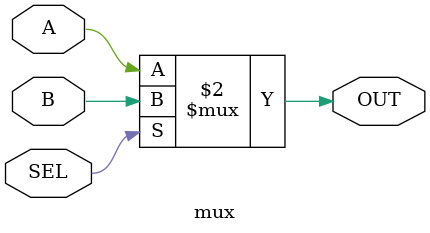
<source format=v>
/***********************************************************************
*** ECE526L Experiment #6 				  Garen Nikoyan, Spring 2018 ***
*** 1 bit Multiplexer				                                 ***
************************************************************************
*** Filename: scale_mux.v	    Created by: Garen Nikoyan, 3/15/2018 ***
*** -Revision History                      							 ***
***    3/15/2018: First draft: edited from scale_mux.v from Lab 5    ***
************************************************************************
***This module models a 1 bit, 2:1 mux for the Carry_Sel_Adder module***
***      									                         ***
************************************************************************/
`timescale 1ns/1ns
module mux(A, B, SEL, OUT);
  output reg OUT;
  input A, B;
  input SEL;
	always @*
    	OUT = SEL ? B : A; // if SEL=1, OUT=B,   if SEL=0, OUT=A
  		// if SEL=x, then A=B causes OUT=A=B, and A!=B, OUT=x
endmodule

</source>
